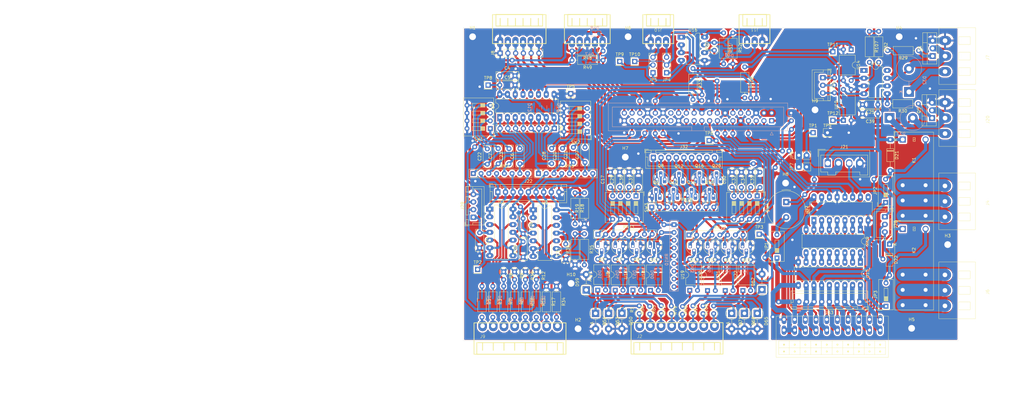
<source format=kicad_pcb>
(kicad_pcb
	(version 20240108)
	(generator "pcbnew")
	(generator_version "8.0")
	(general
		(thickness 1.6)
		(legacy_teardrops no)
	)
	(paper "A4")
	(layers
		(0 "F.Cu" signal)
		(1 "In1.Cu" signal)
		(2 "In2.Cu" signal)
		(31 "B.Cu" signal)
		(32 "B.Adhes" user "B.Adhesive")
		(33 "F.Adhes" user "F.Adhesive")
		(34 "B.Paste" user)
		(35 "F.Paste" user)
		(36 "B.SilkS" user "B.Silkscreen")
		(37 "F.SilkS" user "F.Silkscreen")
		(38 "B.Mask" user)
		(39 "F.Mask" user)
		(40 "Dwgs.User" user "User.Drawings")
		(41 "Cmts.User" user "User.Comments")
		(42 "Eco1.User" user "User.Eco1")
		(43 "Eco2.User" user "User.Eco2")
		(44 "Edge.Cuts" user)
		(45 "Margin" user)
		(46 "B.CrtYd" user "B.Courtyard")
		(47 "F.CrtYd" user "F.Courtyard")
		(48 "B.Fab" user)
		(49 "F.Fab" user)
		(50 "User.1" user)
		(51 "User.2" user)
		(52 "User.3" user)
		(53 "User.4" user)
		(54 "User.5" user)
		(55 "User.6" user)
		(56 "User.7" user)
		(57 "User.8" user)
		(58 "User.9" user)
	)
	(setup
		(stackup
			(layer "F.SilkS"
				(type "Top Silk Screen")
			)
			(layer "F.Paste"
				(type "Top Solder Paste")
			)
			(layer "F.Mask"
				(type "Top Solder Mask")
				(thickness 0.01)
			)
			(layer "F.Cu"
				(type "copper")
				(thickness 0.035)
			)
			(layer "dielectric 1"
				(type "prepreg")
				(thickness 0.1)
				(material "FR4")
				(epsilon_r 4.5)
				(loss_tangent 0.02)
			)
			(layer "In1.Cu"
				(type "copper")
				(thickness 0.035)
			)
			(layer "dielectric 2"
				(type "core")
				(thickness 1.24)
				(material "FR4")
				(epsilon_r 4.5)
				(loss_tangent 0.02)
			)
			(layer "In2.Cu"
				(type "copper")
				(thickness 0.035)
			)
			(layer "dielectric 3"
				(type "prepreg")
				(thickness 0.1)
				(material "FR4")
				(epsilon_r 4.5)
				(loss_tangent 0.02)
			)
			(layer "B.Cu"
				(type "copper")
				(thickness 0.035)
			)
			(layer "B.Mask"
				(type "Bottom Solder Mask")
				(thickness 0.01)
			)
			(layer "B.Paste"
				(type "Bottom Solder Paste")
			)
			(layer "B.SilkS"
				(type "Bottom Silk Screen")
				(color "Red")
			)
			(copper_finish "None")
			(dielectric_constraints no)
		)
		(pad_to_mask_clearance 0)
		(allow_soldermask_bridges_in_footprints no)
		(pcbplotparams
			(layerselection 0x0001000_fffffff9)
			(plot_on_all_layers_selection 0x0000000_00000000)
			(disableapertmacros no)
			(usegerberextensions no)
			(usegerberattributes yes)
			(usegerberadvancedattributes yes)
			(creategerberjobfile yes)
			(dashed_line_dash_ratio 12.000000)
			(dashed_line_gap_ratio 3.000000)
			(svgprecision 4)
			(plotframeref no)
			(viasonmask no)
			(mode 1)
			(useauxorigin no)
			(hpglpennumber 1)
			(hpglpenspeed 20)
			(hpglpendiameter 15.000000)
			(pdf_front_fp_property_popups yes)
			(pdf_back_fp_property_popups yes)
			(dxfpolygonmode yes)
			(dxfimperialunits yes)
			(dxfusepcbnewfont yes)
			(psnegative no)
			(psa4output no)
			(plotreference yes)
			(plotvalue yes)
			(plotfptext yes)
			(plotinvisibletext no)
			(sketchpadsonfab no)
			(subtractmaskfromsilk no)
			(outputformat 1)
			(mirror no)
			(drillshape 0)
			(scaleselection 1)
			(outputdirectory "export/")
		)
	)
	(net 0 "")
	(net 1 "+5V")
	(net 2 "/Buzzer")
	(net 3 "GND")
	(net 4 "+3V3")
	(net 5 "/ADC_CH3")
	(net 6 "/ADC_CH1")
	(net 7 "+12V")
	(net 8 "/Dig-IN_1")
	(net 9 "-5V")
	(net 10 "/ADC_CH5")
	(net 11 "/ADC_CH6")
	(net 12 "/ADC_CH0")
	(net 13 "/ADC_CH2")
	(net 14 "/ADC_CH7")
	(net 15 "/ADC_CH4")
	(net 16 "/Dig-IN_2")
	(net 17 "/Dig-IN_3")
	(net 18 "/Dig-IN_4")
	(net 19 "/Dig-IN_5")
	(net 20 "/Dig-IN_6")
	(net 21 "/Dig-IN_7")
	(net 22 "/Dig-IN_8")
	(net 23 "OUT_Digital_1_open-drain")
	(net 24 "Net-(U3C-+)")
	(net 25 "Net-(U3D-+)")
	(net 26 "IN_Analog_6 (0-20mA)")
	(net 27 "IN_Analog_7 (0-20mA)")
	(net 28 "Net-(U9B-+)")
	(net 29 "/OUT_PWM_1_diode")
	(net 30 "/OUT_PWM_2_diode")
	(net 31 "Net-(U9A-+)")
	(net 32 "OUT_Digital_2_open-drain")
	(net 33 "OUT_Digital_3_open-drain")
	(net 34 "OUT_Digital_4_open-drain")
	(net 35 "OUT_Digital_5_open-drain")
	(net 36 "Net-(U3A-+)")
	(net 37 "I2C_SDA")
	(net 38 "RS485_B")
	(net 39 "RS485_A")
	(net 40 "Net-(D50-A1)")
	(net 41 "Net-(D51-A)")
	(net 42 "Net-(D53-A1)")
	(net 43 "Net-(D54-A)")
	(net 44 "Net-(D56-A1)")
	(net 45 "Net-(D57-A)")
	(net 46 "Net-(D59-A1)")
	(net 47 "Net-(D60-A)")
	(net 48 "Net-(D62-A1)")
	(net 49 "Net-(D63-A)")
	(net 50 "Net-(D65-A1)")
	(net 51 "Net-(D66-A)")
	(net 52 "Net-(D68-A1)")
	(net 53 "Net-(D69-A)")
	(net 54 "Net-(D71-A1)")
	(net 55 "Net-(D72-A)")
	(net 56 "unconnected-(J1-ID_SD{slash}GPIO0-Pad27)")
	(net 57 "/SPI_CE0_ADC")
	(net 58 "Net-(J1-3V3-Pad1)")
	(net 59 "/SPI0_miso_ADC")
	(net 60 "/UART_DIR-T")
	(net 61 "/SPI0_mosi_ADC")
	(net 62 "/SPI0_sclk_ADC")
	(net 63 "/UART_TX")
	(net 64 "/SPI1_miso_FREE")
	(net 65 "/SR-OUT_latch")
	(net 66 "/SPI1_mosi_FREE")
	(net 67 "/SR-OUT_clock")
	(net 68 "/SR-OUT_data")
	(net 69 "unconnected-(J1-ID_SC{slash}GPIO1-Pad28)")
	(net 70 "/SPI1_CE_FREE")
	(net 71 "/UART_RX")
	(net 72 "/OUT_PWM_2")
	(net 73 "/SPI1_sclk_FREE")
	(net 74 "/OUT_PWM_1")
	(net 75 "IN_Digital_8")
	(net 76 "IN_Digital_5")
	(net 77 "IN_Digital_2")
	(net 78 "IN_Digital_3")
	(net 79 "IN_Digital_4")
	(net 80 "IN_Digital_6")
	(net 81 "IN_Digital_7")
	(net 82 "IN_Digital_1")
	(net 83 "OUT_Digital_8")
	(net 84 "OUT_Digital_7_open-drain")
	(net 85 "OUT_Digital_2")
	(net 86 "OUT_Digital_4")
	(net 87 "OUT_Digital_5")
	(net 88 "OUT_Digital_6")
	(net 89 "OUT_Digital_3")
	(net 90 "OUT_Digital_7")
	(net 91 "OUT_Digital_8_open-drain")
	(net 92 "OUT_Digital_1")
	(net 93 "OUT_Digital_6_open-drain")
	(net 94 "Net-(J4-Pin_1)")
	(net 95 "Net-(J4-Pin_2)")
	(net 96 "Net-(J4-Pin_3)")
	(net 97 "OUT_Digital_COM_open-drain")
	(net 98 "Net-(J6-Pin_1)")
	(net 99 "Net-(J6-Pin_3)")
	(net 100 "Net-(J6-Pin_2)")
	(net 101 "IN_Analog_1 (0-3.3V)")
	(net 102 "IN_Analog_5 (0-24V)")
	(net 103 "IN_Analog_4 (0-12V)")
	(net 104 "IN_Analog_2 (0-5V)")
	(net 105 "IN_Analog_0 (0-3.3V)")
	(net 106 "IN_Analog_3 (0-5V)")
	(net 107 "Net-(Q1-G)")
	(net 108 "Net-(Q2-G)")
	(net 109 "Net-(Q2-D)")
	(net 110 "Net-(Q5-G)")
	(net 111 "Net-(C17-Pad1)")
	(net 112 "Net-(Q7-G)")
	(net 113 "Net-(Q7-D)")
	(net 114 "Net-(C29-Pad1)")
	(net 115 "Net-(Q9-G)")
	(net 116 "Net-(C30-Pad1)")
	(net 117 "Net-(Q10-G)")
	(net 118 "Net-(Q11-D)")
	(net 119 "Net-(Q11-G)")
	(net 120 "Net-(C31-Pad1)")
	(net 121 "Net-(Q13-G)")
	(net 122 "Net-(Q13-D)")
	(net 123 "Net-(C32-Pad1)")
	(net 124 "Net-(Q15-D)")
	(net 125 "Net-(Q15-G)")
	(net 126 "Net-(C33-Pad1)")
	(net 127 "Net-(Q17-G)")
	(net 128 "Net-(Q17-D)")
	(net 129 "Net-(C34-Pad1)")
	(net 130 "Net-(Q19-D)")
	(net 131 "Net-(Q19-G)")
	(net 132 "Net-(C35-Pad1)")
	(net 133 "Net-(U9C--)")
	(net 134 "Net-(U12-~{OUTA})")
	(net 135 "Net-(U12-~{OUTB})")
	(net 136 "Net-(U12-INB)")
	(net 137 "Net-(R33-Pad1)")
	(net 138 "Net-(U9D--)")
	(net 139 "Net-(U12-INA)")
	(net 140 "Net-(R108-Pad1)")
	(net 141 "unconnected-(U2-QH'-Pad9)")
	(net 142 "unconnected-(U12-NC-Pad8)")
	(net 143 "unconnected-(U12-NC-Pad1)")
	(net 144 "Net-(U3B-+)")
	(net 145 "/LED_analog-CH6")
	(net 146 "/LED_analog-CH2")
	(net 147 "/LED_analog-CH7")
	(net 148 "/LED_analog-CH5")
	(net 149 "/LED_analog-CH0")
	(net 150 "/LED_analog-CH1")
	(net 151 "/LED_analog-CH3")
	(net 152 "/LED_analog-CH4")
	(net 153 "/LED_digital-out_2")
	(net 154 "/LED_digital-out_8")
	(net 155 "/LED_digital-out_6")
	(net 156 "/LED_digital-out_5")
	(net 157 "/LED_digital-out_4")
	(net 158 "/LED_digital-out_7")
	(net 159 "/LED_digital-out_1")
	(net 160 "/LED_digital-out_3")
	(net 161 "/LED_relay-1")
	(net 162 "/LED_PWM-1")
	(net 163 "/LED_PWM-2")
	(net 164 "/LED_relay-2")
	(net 165 "Net-(RN9-R2.2)")
	(net 166 "Net-(RN9-R8.2)")
	(net 167 "Net-(RN9-R7.2)")
	(net 168 "Net-(RN9-R5.2)")
	(net 169 "Net-(RN9-R1.2)")
	(net 170 "Net-(RN9-R6.2)")
	(net 171 "Net-(RN9-R3.2)")
	(net 172 "Net-(RN9-R4.2)")
	(net 173 "/DIP_EN-Filter-ADC3")
	(net 174 "/DIP_EN-Filter-ADC1")
	(net 175 "/DIP_EN-Filter-ADC5")
	(net 176 "/DIP_EN-Filter-ADC6")
	(net 177 "/DIP_EN-Filter-ADC0")
	(net 178 "/DIP_EN-Filter-ADC2")
	(net 179 "/DIP_EN-Filter-ADC7")
	(net 180 "/DIP_EN-Filter-ADC4")
	(net 181 "I2C_SCL")
	(net 182 "Net-(J10-Pin_2)")
	(net 183 "Net-(J10-Pin_1)")
	(net 184 "Net-(JP4-A)")
	(net 185 "Net-(JP5-A)")
	(net 186 "Net-(JP6-A)")
	(net 187 "+5VP")
	(net 188 "+3V3P")
	(footprint "Connector_JST:JST_XH_B9B-XH-A_1x09_P2.50mm_Vertical" (layer "F.Cu") (at 98.7044 69.9008))
	(footprint "Resistor_THT:R_Axial_DIN0207_L6.3mm_D2.5mm_P2.54mm_Vertical" (layer "F.Cu") (at 118.646 34.699 90))
	(footprint "Button_Switch_THT:SW_DIP_SPSTx04_Slide_9.78x12.34mm_W7.62mm_P2.54mm" (layer "F.Cu") (at 45.2845 60.36 180))
	(footprint "Package_TO_SOT_THT:TO-92_HandSolder" (layer "F.Cu") (at 98.2726 82.4186))
	(footprint "Package_DIP:DIP-4_W10.16mm" (layer "F.Cu") (at 160.932 57.706 90))
	(footprint "Button_Switch_THT:SW_DIP_SPSTx01_Slide_9.78x4.72mm_W7.62mm_P2.54mm" (layer "F.Cu") (at 139.161 102.7965 90))
	(footprint "Relay_THT:Relay_SPDT_Omron_G2RL-1-E" (layer "F.Cu") (at 180.34 63.947))
	(footprint "Resistor_THT:R_Axial_DIN0207_L6.3mm_D2.5mm_P10.16mm_Horizontal" (layer "F.Cu") (at 66.957 112.0587 -90))
	(footprint "Package_DIP:DIP-8_W7.62mm_LongPads" (layer "F.Cu") (at 107.851 30.381))
	(footprint "Diode_THT:D_DO-15_P5.08mm_Vertical_AnodeUp" (layer "F.Cu") (at 76.708 113.284 90))
	(footprint "custom-footprints1:WAGO 713-1430 MINI HD Stiftleiste gewinkelt 2x10-polig, RM 3,5" (layer "F.Cu") (at 157.223 127.461))
	(footprint "Resistor_THT:R_Array_SIP8" (layer "F.Cu") (at 80.536 95.01305))
	(footprint "Resistor_THT:R_Axial_DIN0207_L6.3mm_D2.5mm_P10.16mm_Horizontal" (layer "F.Cu") (at 60.353 112.0587 -90))
	(footprint "Capacitor_THT:C_Disc_D7.0mm_W2.5mm_P5.00mm" (layer "F.Cu") (at 41.811 94.516 -90))
	(footprint "Package_DIP:DIP-4_W10.16mm" (layer "F.Cu") (at 86.2052 113.37185 90))
	(footprint "Capacitor_THT:C_Disc_D7.0mm_W2.5mm_P5.00mm" (layer "F.Cu") (at 47.867 71.899685 90))
	(footprint "Capacitor_THT:C_Disc_D7.0mm_W2.5mm_P5.00mm" (layer "F.Cu") (at 124.46 79.66335 90))
	(footprint "Capacitor_THT:C_Disc_D7.0mm_W2.5mm_P5.00mm" (layer "F.Cu") (at 93.7722 79.58085 90))
	(footprint "custom-footprints1:MountingHole_2.2mm_NPTH-with-pad" (layer "F.Cu") (at 141.986 78.232))
	(footprint "Capacitor_THT:C_Disc_D7.0mm_W2.5mm_P5.00mm" (layer "F.Cu") (at 87.6762 79.58085 90))
	(footprint "Resistor_THT:R_Axial_DIN0207_L6.3mm_D2.5mm_P2.54mm_Vertical" (layer "F.Cu") (at 108.2574 121.2404 90))
	(footprint "Package_DIP:DIP-4_W10.16mm" (layer "F.Cu") (at 116.4412 113.47785 90))
	(footprint "Capacitor_THT:C_Disc_D7.0mm_W2.5mm_P5.00mm" (layer "F.Cu") (at 68.949 71.842 90))
	(footprint "Package_TO_SOT_THT:TO-92_HandSolder" (layer "F.Cu") (at 100.203 98.933 180))
	(footprint "Connector_JST:JST_XH_B4B-XH-A_1x04_P2.50mm_Vertical" (layer "F.Cu") (at 39.762 89.436 90))
	(footprint "Resistor_THT:R_Axial_DIN0207_L6.3mm_D2.5mm_P2.54mm_Vertical" (layer "F.Cu") (at 114.963 121.059 90))
	(footprint "Resistor_THT:R_Axial_DIN0207_L6.3mm_D2.5mm_P10.16mm_Horizontal" (layer "F.Cu") (at 185.448 52.225 180))
	(footprint "Resistor_THT:R_Axial_DIN0207_L6.3mm_D2.5mm_P10.16mm_Horizontal"
		(layer "F.Cu")
		(uuid "22560aed-cde0-4746-90bf-93e3d8c73d7b")
		(at 172.494 28.476 -90)
		(descr "Resistor, Axial_DIN0207 series, Axial, Horizontal, pin pitch=10.16mm, 0.25W = 1/4W, length*diameter=6.3*2.5mm^2, http://cdn-reichelt.de/documents/datenblatt/B400/1_4W%23YAG.pdf")
		(tags "Resistor Axial_DIN0207 series Axial Horizontal pin pitch 10.16mm 0.25W = 1/4W length 6.3mm diameter 2.5mm")
		(property "Reference" "R32"
			(at 5.08 -2.37 90)
			(layer "F.SilkS")
			(uuid "0a01a3ed-965c-4ffe-9176-fb37f60e9999")
			(effects
				(font
					(size 1 1)
					(thickness 0.15)
				)
			)
		)
		(property "Value" "4k7"
			(at 5.08 2.37 90)
			(layer "F.Fab")
			(uuid "5b2ed4ef-926b-44bc-ad59-a57667214a5a")
			(effects
				(font
					(size 1 1)
					(thickness 0.15)
				)
			)
		)
		(property "Footprint" "Resistor_THT:R_Axial_DIN0207_L6.3mm_D2.5mm_P10.16mm_Horizontal"
			(at 0 0 -90)
			(unlocked yes)
			(layer "F.Fab")
			(hide yes)
			(uuid "35253505-32bd-47b2-88f9-4b24f79b28cf")
			(effects
				(font
					(size 1.27 1.27)
					(thickness 0.15)
				)
			)
		)
		(property "Datasheet" "sortiment"
			(at 0 0 -90)
			(unlocked yes)
			(layer "F.Fab")
			(hide yes)
			(uuid "76fb827a-4b59-4dc1-b911-01ce7afc9e03")
			(effects
				(font
					(size 1.27 1.27)
					(thickness 0.15)
				)
			)
		)
		(property "Description" "Resistor"
			(at 0 0 -90)
			(unlocked yes)
			(layer "F.Fab")
			(hide yes)
			(uuid "70d10f4c-c554-490e-88ec-fe182f610482")
			(effects
				(font
					(size 1.27 1.27)
					(thickness 0.15)
				)
			)
		)
		(property ki_fp_filters "R_*")
		(path "/c6fe806f-6933-468f-8f26-bbd8f04165ed")
		(sheetname "Root")
		(sheetfile "pi-interface-board_v1.0.kicad_sch")
		(attr through_hole)
		(fp_line
			(start 1.81 1.37)
			(end 8.35 1.37)
			(stroke
				(width 0.12)
				(type solid)
			)
			(layer "F.SilkS")
			(uuid "733bcede-81b0-4ea5-98b2-40d6d179fddc")
		)
		(fp_line
			(start 8.35 1.37)
			(end 8.35 -1.37)
			(stroke
				(width 0.12)
				(type solid)
			)
			(layer "F.SilkS")
			(uuid "8bbdb978-39c9-40d7-83c5-ce0367c2eb52")
		)
		(fp_line
			(start 1.04 0)
			(end 1.81 0)
			(stroke
				(width 0.12)
				(type solid)
			)
			(layer "F.SilkS")
			(uuid "3a4569e8-368e-415d-a4ee-939c2ea1ddc5")
		)
		(fp_line
			(start 9.12 0)
			(end 8.35 0)
			(stroke
				(width 0.12)
				(type solid)
			)
			(layer "F.SilkS")
			(uuid "254e3271-4871-40fd-b4a9-dd519a5fbd5e")
		)
		(fp_line
			(start 1.81 -1.37)
			(end 1.81 1.37)
			(stroke
				(width 0.12)
				(type solid)
			)
			(layer "F.SilkS")
			(uuid "0471c101-5070-4633-9a8e-c2eb74c49a9d")
		)
		(fp_line
			(start 8.35 -1.37)
			(end 1.81 -1.37)
			(stroke
				(width 0.12)
				(type solid)
			)
			(layer "F.SilkS")
			(uuid "241828b3-d491-402e-91f9-55baabfe509b")
		)
		(fp_line
			(start -1.05 1.5)
			(end 11.21 1.5)
			(stroke
				(width 0.05)
				(type solid)
			)
			(layer "F.CrtYd")
			(uuid "7e621f2b-9ff9-4451-b31f-9a74a8402c44")
		)
		(fp_line
			(start 11.21 1.5)
			(end 11.21 -1.5)
			(stroke
				(width 0.05)
				(type solid)
			)
			(layer "F.CrtYd")
			(uuid "ea78996b-288b-4cbd-a489-d5feb6760141")
		)
		(fp_line
			(start -1.05 -1.5)
			(end -1.05 1.5)
			(stroke
				(width 0.05)
				(type solid)
			)
			(layer "F.CrtYd")
			(uuid "3da6c67e-18f4-4542-bb0e-2fb586d23a77")
		)
		(fp_line
			(start 11.21 -1.5)
			(end -1.05 -1.5)
			(stroke
				(width 0.05)
				(type solid)
			)
			(layer "F.CrtYd")
			(uuid "74c28d5e-5f43-4a79-a4ca-fbd230fae562")
		)
		(fp_line
			(start 1.93 1.25)
			(end 8.23 1.25)
			(stroke
				(width 0.1)
				(type solid)
			)
			(layer "F.Fab")
			(uuid "18821300-7309-48d9-8ae5-f86b2162d9b3")
		)
		(fp_line
			(start 8.23 1.25)
			(end 8.23 -1.25)
			(stroke
				(width 0.1)
				(type solid)
			)
			(layer "F.Fab")
			(uuid "a00a689c-24ca-436e-973a-f790a4f7f6ea")
		)
		(fp_line
			(start 0 0)
			(end 1.93 0)
			(stroke
				(width 0.1)
				(type solid)
			)
			(layer "F.Fab")
			(uuid "f8316349-396a-4b6c-a4cd-41125f096376")
		)
		(fp_line
			(start 10.16 0)
			(end 8.23 0)
			(stroke
				(width 0.1)
				(type solid)
			)
			(layer "F.Fab")
			(uuid "c6848cfc-0a45-482e-beb0-241de547dfbd")
		)
		(fp_line
			(start 1.93 -1.25)
			(end 1.93 1.25)
			(stroke
				(width 0.1)
				(type solid)
			)
			(layer "F.Fab")
			(uuid "bd3238fa-5531-4c1e-bb6c-1f8f98400b22")
		)
		(fp_line
			(start 8.23 -1.25)
			(end 1.93 -1.25)
			(stroke
				(width 0.1)
				(type solid)
			)
			(layer "F.Fab")
			(uuid "ff5c6bf5-25f4-45b6-afee-d0f5712e654d")
		)
		(fp_text user "${REFERENCE}"
			(at 5.08 0 90)
			(layer "F.Fab")
			(uuid "d9e01fc5-c956-4243-aaa6-0bd42e7268a5")
			(effects
				(font
					(size 1 1)
					(thickness 0.15)
				
... [2883966 chars truncated]
</source>
